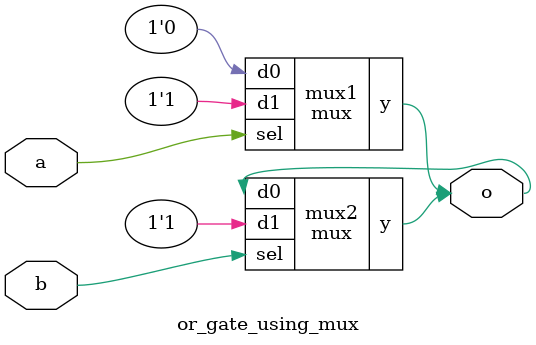
<source format=sv>

module mux
(
  input  d0, d1,
  input  sel,
  output y
);

  assign y = sel ? d1 : d0;

endmodule

//----------------------------------------------------------------------------
// Task
//----------------------------------------------------------------------------

module or_gate_using_mux
(
    input  a,
    input  b,
    output o
);

  // Task:

  // Implement or gate using instance(s) of mux,
  // constants 0 and 1, and wire connections

    mux mux1 (
    .d0(1'b0),
    .d1(1'b1),
    .sel(a),
    .y(o)
  );

  mux mux2 (
    .d0(o),
    .d1(1'b1),
    .sel(b),
    .y(o)
  );


endmodule

</source>
